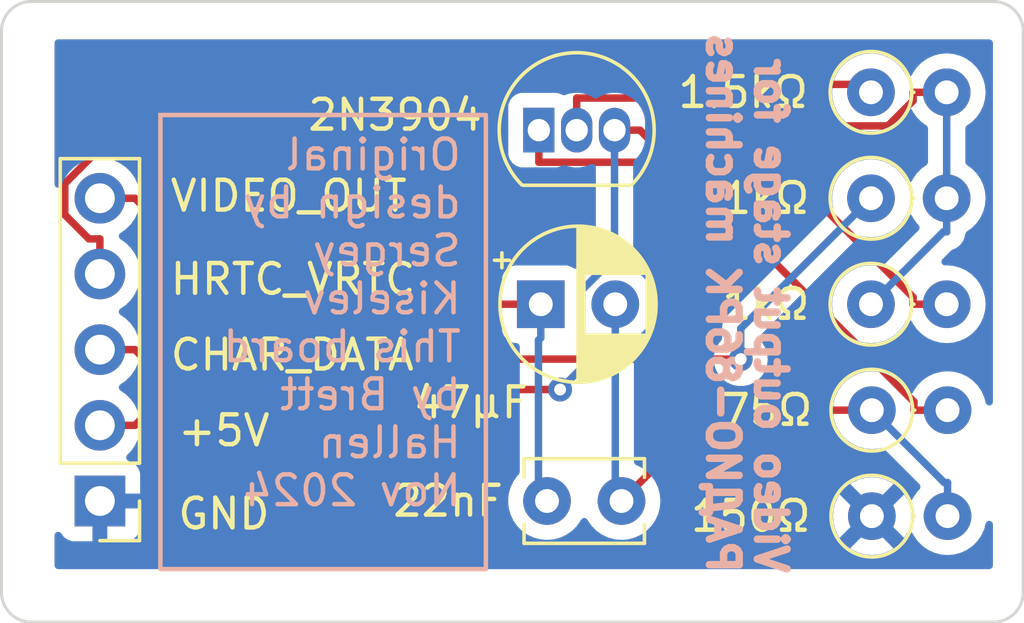
<source format=kicad_pcb>
(kicad_pcb (version 20240108) (generator "pcbnew") (generator_version "8.0")
  (title_block (title "РАДИО-86РК Video Output Stage") (date "23-Nov-2024") (rev "1.1-0") (comment 1 "https://github.com/0ddjob/Radio-86RK-Video-Output") (comment 2 "Brett Hallen") (comment 3 "https://github.com/skiselev/radio-86rk") (comment 4 "Original design by Sergey Kiselev"))
  (layers (0 "F.Cu" signal) (31 "B.Cu" signal) (34 "B.Paste" user) (35 "F.Paste" user) (36 "B.SilkS" user "B.Silkscreen") (37 "F.SilkS" user "F.Silkscreen") (38 "B.Mask" user) (39 "F.Mask" user) (44 "Edge.Cuts" user))
  (net 0 "")
  (net 1 "Net-(C1-Pad1)")
  (net 2 "GND")
  (net 3 "5V")
  (net 4 "CHAR_DATA")
  (net 5 "HRTC_VRTC")
  (net 6 "Net-(Q1-E)")
  (net 7 "Net-(Q1-B)")
  (net 8 "VIDEO_OUT")
  (footprint "Capacitor_THT:C_Disc_D3.8mm_W2.6mm_P2.50mm" (layer "F.Cu") (at 124.186 83.566 180)
    (property "Reference" "C1" (hide yes))
    (property "Value" "22nF" (at 5.822 0 0) (layer "F.SilkS"))
    (fp_line (start 3.27 0.795) (end 3.27 1.42) (stroke (width 0.12)) (layer "F.SilkS"))
    (fp_line (start 3.27 -1.42) (end 3.27 -0.795) (stroke (width 0.12)) (layer "F.SilkS"))
    (fp_line (start -0.77 1.42) (end 3.27 1.42) (stroke (width 0.12)) (layer "F.SilkS"))
    (fp_line (start -0.77 0.795) (end -0.77 1.42) (stroke (width 0.12)) (layer "F.SilkS"))
    (fp_line (start -0.77 -1.42) (end 3.27 -1.42) (stroke (width 0.12)) (layer "F.SilkS"))
    (fp_line (start -0.77 -1.42) (end -0.77 -0.795) (stroke (width 0.12)) (layer "F.SilkS"))
    (pad "1" thru_hole circle (at 0 0 180) (size 1.6 1.6) (drill 0.8) (layers "*.Cu" "*.Mask") (net 1 "Net-(C1-Pad1)"))
    (pad "2" thru_hole circle (at 2.5 0 180) (size 1.6 1.6) (drill 0.8) (layers "*.Cu" "*.Mask") (net 8 "VIDEO_OUT"))
  )
  (footprint "Package_TO_SOT_THT:TO-92_Inline" (layer "F.Cu") (at 121.412 71.12)
    (property "Reference" "Q1" (hide yes))
    (property "Value" "2N3904" (at -4.826 -0.508 0) (layer "F.SilkS"))
    (fp_line (start -0.53 1.85) (end 3.07 1.85) (stroke (width 0.12)) (layer "F.SilkS"))
    (fp_arc (start -0.568478 1.838478) (mid -1.132087 -0.994977) (end 1.27 -2.6) (stroke (width 0.12)) (layer "F.SilkS"))
    (fp_arc (start 1.27 -2.6) (mid 3.672087 -0.994977) (end 3.108478 1.838478) (stroke (width 0.12)) (layer "F.SilkS"))
    (pad "1" thru_hole rect (at 0 0) (size 1.05 1.5) (drill 0.75) (layers "*.Cu" "*.Mask") (net 6 "Net-(Q1-E)"))
    (pad "2" thru_hole oval (at 1.27 0) (size 1.05 1.5) (drill 0.75) (layers "*.Cu" "*.Mask") (net 7 "Net-(Q1-B)"))
    (pad "3" thru_hole oval (at 2.54 0) (size 1.05 1.5) (drill 0.75) (layers "*.Cu" "*.Mask") (net 3 "5V"))
  )
  (footprint "Resistor_THT:R_Axial_DIN0207_L6.3mm_D2.5mm_P2.54mm_Vertical" (layer "F.Cu") (at 132.559 69.85)
    (property "Reference" "R1" (hide yes))
    (property "Value" "1.5kΩ" (at -4.289 0 0) (layer "F.SilkS"))
    (fp_line (start 1.37 0) (end 1.44 0) (stroke (width 0.12)) (layer "F.SilkS"))
    (fp_circle (center 0 0) (end 1.37 0) (stroke (width 0.12)) (fill none) (layer "F.SilkS"))
    (pad "1" thru_hole circle (at 0 0) (size 1.6 1.6) (drill 0.8) (layers "*.Cu" "*.Mask") (net 5 "HRTC_VRTC"))
    (pad "2" thru_hole oval (at 2.54 0) (size 1.6 1.6) (drill 0.8) (layers "*.Cu" "*.Mask") (net 7 "Net-(Q1-B)"))
  )
  (footprint "Resistor_THT:R_Axial_DIN0207_L6.3mm_D2.5mm_P2.54mm_Vertical" (layer "F.Cu") (at 132.559 73.406)
    (property "Reference" "R2" (hide yes))
    (property "Value" "1kΩ" (at -3.527 0 0) (layer "F.SilkS"))
    (fp_line (start 1.37 0) (end 1.44 0) (stroke (width 0.12)) (layer "F.SilkS"))
    (fp_circle (center 0 0) (end 1.37 0) (stroke (width 0.12)) (fill none) (layer "F.SilkS"))
    (pad "1" thru_hole circle (at 0 0) (size 1.6 1.6) (drill 0.8) (layers "*.Cu" "*.Mask") (net 4 "CHAR_DATA"))
    (pad "2" thru_hole oval (at 2.54 0) (size 1.6 1.6) (drill 0.8) (layers "*.Cu" "*.Mask") (net 7 "Net-(Q1-B)"))
  )
  (footprint "Resistor_THT:R_Axial_DIN0207_L6.3mm_D2.5mm_P2.54mm_Vertical" (layer "F.Cu") (at 132.559 76.962)
    (property "Reference" "R3" (hide yes))
    (property "Value" "1kΩ" (at -3.527 0 0) (layer "F.SilkS"))
    (fp_line (start 1.37 0) (end 1.44 0) (stroke (width 0.12)) (layer "F.SilkS"))
    (fp_circle (center 0 0) (end 1.37 0) (stroke (width 0.12)) (fill none) (layer "F.SilkS"))
    (pad "1" thru_hole circle (at 0 0) (size 1.6 1.6) (drill 0.8) (layers "*.Cu" "*.Mask") (net 7 "Net-(Q1-B)"))
    (pad "2" thru_hole oval (at 2.54 0) (size 1.6 1.6) (drill 0.8) (layers "*.Cu" "*.Mask") (net 3 "5V"))
  )
  (footprint "Resistor_THT:R_Axial_DIN0207_L6.3mm_D2.5mm_P2.54mm_Vertical" (layer "F.Cu") (at 132.588 84.074)
    (property "Reference" "R5" (hide yes))
    (property "Value" "150Ω" (at -4.064 0 0) (layer "F.SilkS"))
    (fp_line (start 1.37 0) (end 1.44 0) (stroke (width 0.12)) (layer "F.SilkS"))
    (fp_circle (center 0 0) (end 1.37 0) (stroke (width 0.12)) (fill none) (layer "F.SilkS"))
    (pad "1" thru_hole circle (at 0 0) (size 1.6 1.6) (drill 0.8) (layers "*.Cu" "*.Mask") (net 2 "GND"))
    (pad "2" thru_hole oval (at 2.54 0) (size 1.6 1.6) (drill 0.8) (layers "*.Cu" "*.Mask") (net 1 "Net-(C1-Pad1)"))
  )
  (footprint "Resistor_THT:R_Axial_DIN0207_L6.3mm_D2.5mm_P2.54mm_Vertical" (layer "F.Cu") (at 132.588 80.518)
    (property "Reference" "R4" (hide yes))
    (property "Value" "75Ω" (at -3.527 0 0) (layer "F.SilkS"))
    (fp_line (start 1.37 0) (end 1.44 0) (stroke (width 0.12)) (layer "F.SilkS"))
    (fp_circle (center 0 0) (end 1.37 0) (stroke (width 0.12)) (fill none) (layer "F.SilkS"))
    (pad "1" thru_hole circle (at 0 0) (size 1.6 1.6) (drill 0.8) (layers "*.Cu" "*.Mask") (net 1 "Net-(C1-Pad1)"))
    (pad "2" thru_hole oval (at 2.54 0) (size 1.6 1.6) (drill 0.8) (layers "*.Cu" "*.Mask") (net 6 "Net-(Q1-E)"))
  )
  (footprint "Capacitor_THT:CP_Radial_D5.0mm_P2.50mm" (layer "F.Cu") (at 121.4769 76.962)
    (property "Reference" "C2" (hide yes))
    (property "Value" "47µF" (at -2.3509 3.302 0) (layer "F.SilkS"))
    (fp_line (start -1.554775 -1.475) (end -1.054775 -1.475) (stroke (width 0.12)) (layer "F.SilkS"))
    (fp_line (start -1.304775 -1.725) (end -1.304775 -1.225) (stroke (width 0.12)) (layer "F.SilkS"))
    (fp_line (start 1.25 -2.58) (end 1.25 2.58) (stroke (width 0.12)) (layer "F.SilkS"))
    (fp_line (start 1.29 -2.58) (end 1.29 2.58) (stroke (width 0.12)) (layer "F.SilkS"))
    (fp_line (start 1.33 -2.579) (end 1.33 2.579) (stroke (width 0.12)) (layer "F.SilkS"))
    (fp_line (start 1.37 -2.578) (end 1.37 2.578) (stroke (width 0.12)) (layer "F.SilkS"))
    (fp_line (start 1.41 -2.576) (end 1.41 2.576) (stroke (width 0.12)) (layer "F.SilkS"))
    (fp_line (start 1.45 -2.573) (end 1.45 2.573) (stroke (width 0.12)) (layer "F.SilkS"))
    (fp_line (start 1.49 -2.569) (end 1.49 -1.04) (stroke (width 0.12)) (layer "F.SilkS"))
    (fp_line (start 1.49 1.04) (end 1.49 2.569) (stroke (width 0.12)) (layer "F.SilkS"))
    (fp_line (start 1.53 -2.565) (end 1.53 -1.04) (stroke (width 0.12)) (layer "F.SilkS"))
    (fp_line (start 1.53 1.04) (end 1.53 2.565) (stroke (width 0.12)) (layer "F.SilkS"))
    (fp_line (start 1.57 -2.561) (end 1.57 -1.04) (stroke (width 0.12)) (layer "F.SilkS"))
    (fp_line (start 1.57 1.04) (end 1.57 2.561) (stroke (width 0.12)) (layer "F.SilkS"))
    (fp_line (start 1.61 -2.556) (end 1.61 -1.04) (stroke (width 0.12)) (layer "F.SilkS"))
    (fp_line (start 1.61 1.04) (end 1.61 2.556) (stroke (width 0.12)) (layer "F.SilkS"))
    (fp_line (start 1.65 -2.55) (end 1.65 -1.04) (stroke (width 0.12)) (layer "F.SilkS"))
    (fp_line (start 1.65 1.04) (end 1.65 2.55) (stroke (width 0.12)) (layer "F.SilkS"))
    (fp_line (start 1.69 -2.543) (end 1.69 -1.04) (stroke (width 0.12)) (layer "F.SilkS"))
    (fp_line (start 1.69 1.04) (end 1.69 2.543) (stroke (width 0.12)) (layer "F.SilkS"))
    (fp_line (start 1.73 -2.536) (end 1.73 -1.04) (stroke (width 0.12)) (layer "F.SilkS"))
    (fp_line (start 1.73 1.04) (end 1.73 2.536) (stroke (width 0.12)) (layer "F.SilkS"))
    (fp_line (start 1.77 -2.528) (end 1.77 -1.04) (stroke (width 0.12)) (layer "F.SilkS"))
    (fp_line (start 1.77 1.04) (end 1.77 2.528) (stroke (width 0.12)) (layer "F.SilkS"))
    (fp_line (start 1.81 -2.52) (end 1.81 -1.04) (stroke (width 0.12)) (layer "F.SilkS"))
    (fp_line (start 1.81 1.04) (end 1.81 2.52) (stroke (width 0.12)) (layer "F.SilkS"))
    (fp_line (start 1.85 -2.511) (end 1.85 -1.04) (stroke (width 0.12)) (layer "F.SilkS"))
    (fp_line (start 1.85 1.04) (end 1.85 2.511) (stroke (width 0.12)) (layer "F.SilkS"))
    (fp_line (start 1.89 -2.501) (end 1.89 -1.04) (stroke (width 0.12)) (layer "F.SilkS"))
    (fp_line (start 1.89 1.04) (end 1.89 2.501) (stroke (width 0.12)) (layer "F.SilkS"))
    (fp_line (start 1.93 -2.491) (end 1.93 -1.04) (stroke (width 0.12)) (layer "F.SilkS"))
    (fp_line (start 1.93 1.04) (end 1.93 2.491) (stroke (width 0.12)) (layer "F.SilkS"))
    (fp_line (start 1.971 -2.48) (end 1.971 -1.04) (stroke (width 0.12)) (layer "F.SilkS"))
    (fp_line (start 1.971 1.04) (end 1.971 2.48) (stroke (width 0.12)) (layer "F.SilkS"))
    (fp_line (start 2.011 -2.468) (end 2.011 -1.04) (stroke (width 0.12)) (layer "F.SilkS"))
    (fp_line (start 2.011 1.04) (end 2.011 2.468) (stroke (width 0.12)) (layer "F.SilkS"))
    (fp_line (start 2.051 -2.455) (end 2.051 -1.04) (stroke (width 0.12)) (layer "F.SilkS"))
    (fp_line (start 2.051 1.04) (end 2.051 2.455) (stroke (width 0.12)) (layer "F.SilkS"))
    (fp_line (start 2.091 -2.442) (end 2.091 -1.04) (stroke (width 0.12)) (layer "F.SilkS"))
    (fp_line (start 2.091 1.04) (end 2.091 2.442) (stroke (width 0.12)) (layer "F.SilkS"))
    (fp_line (start 2.131 -2.428) (end 2.131 -1.04) (stroke (width 0.12)) (layer "F.SilkS"))
    (fp_line (start 2.131 1.04) (end 2.131 2.428) (stroke (width 0.12)) (layer "F.SilkS"))
    (fp_line (start 2.171 -2.414) (end 2.171 -1.04) (stroke (width 0.12)) (layer "F.SilkS"))
    (fp_line (start 2.171 1.04) (end 2.171 2.414) (stroke (width 0.12)) (layer "F.SilkS"))
    (fp_line (start 2.211 -2.398) (end 2.211 -1.04) (stroke (width 0.12)) (layer "F.SilkS"))
    (fp_line (start 2.211 1.04) (end 2.211 2.398) (stroke (width 0.12)) (layer "F.SilkS"))
    (fp_line (start 2.251 -2.382) (end 2.251 -1.04) (stroke (width 0.12)) (layer "F.SilkS"))
    (fp_line (start 2.251 1.04) (end 2.251 2.382) (stroke (width 0.12)) (layer "F.SilkS"))
    (fp_line (start 2.291 -2.365) (end 2.291 -1.04) (stroke (width 0.12)) (layer "F.SilkS"))
    (fp_line (start 2.291 1.04) (end 2.291 2.365) (stroke (width 0.12)) (layer "F.SilkS"))
    (fp_line (start 2.331 -2.348) (end 2.331 -1.04) (stroke (width 0.12)) (layer "F.SilkS"))
    (fp_line (start 2.331 1.04) (end 2.331 2.348) (stroke (width 0.12)) (layer "F.SilkS"))
    (fp_line (start 2.371 -2.329) (end 2.371 -1.04) (stroke (width 0.12)) (layer "F.SilkS"))
    (fp_line (start 2.371 1.04) (end 2.371 2.329) (stroke (width 0.12)) (layer "F.SilkS"))
    (fp_line (start 2.411 -2.31) (end 2.411 -1.04) (stroke (width 0.12)) (layer "F.SilkS"))
    (fp_line (start 2.411 1.04) (end 2.411 2.31) (stroke (width 0.12)) (layer "F.SilkS"))
    (fp_line (start 2.451 -2.29) (end 2.451 -1.04) (stroke (width 0.12)) (layer "F.SilkS"))
    (fp_line (start 2.451 1.04) (end 2.451 2.29) (stroke (width 0.12)) (layer "F.SilkS"))
    (fp_line (start 2.491 -2.268) (end 2.491 -1.04) (stroke (width 0.12)) (layer "F.SilkS"))
    (fp_line (start 2.491 1.04) (end 2.491 2.268) (stroke (width 0.12)) (layer "F.SilkS"))
    (fp_line (start 2.531 -2.247) (end 2.531 -1.04) (stroke (width 0.12)) (layer "F.SilkS"))
    (fp_line (start 2.531 1.04) (end 2.531 2.247) (stroke (width 0.12)) (layer "F.SilkS"))
    (fp_line (start 2.571 -2.224) (end 2.571 -1.04) (stroke (width 0.12)) (layer "F.SilkS"))
    (fp_line (start 2.571 1.04) (end 2.571 2.224) (stroke (width 0.12)) (layer "F.SilkS"))
    (fp_line (start 2.611 -2.2) (end 2.611 -1.04) (stroke (width 0.12)) (layer "F.SilkS"))
    (fp_line (start 2.611 1.04) (end 2.611 2.2) (stroke (width 0.12)) (layer "F.SilkS"))
    (fp_line (start 2.651 -2.175) (end 2.651 -1.04) (stroke (width 0.12)) (layer "F.SilkS"))
    (fp_line (start 2.651 1.04) (end 2.651 2.175) (stroke (width 0.12)) (layer "F.SilkS"))
    (fp_line (start 2.691 -2.149) (end 2.691 -1.04) (stroke (width 0.12)) (layer "F.SilkS"))
    (fp_line (start 2.691 1.04) (end 2.691 2.149) (stroke (width 0.12)) (layer "F.SilkS"))
    (fp_line (start 2.731 -2.122) (end 2.731 -1.04) (stroke (width 0.12)) (layer "F.SilkS"))
    (fp_line (start 2.731 1.04) (end 2.731 2.122) (stroke (width 0.12)) (layer "F.SilkS"))
    (fp_line (start 2.771 -2.095) (end 2.771 -1.04) (stroke (width 0.12)) (layer "F.SilkS"))
    (fp_line (start 2.771 1.04) (end 2.771 2.095) (stroke (width 0.12)) (layer "F.SilkS"))
    (fp_line (start 2.811 -2.065) (end 2.811 -1.04) (stroke (width 0.12)) (layer "F.SilkS"))
    (fp_line (start 2.811 1.04) (end 2.811 2.065) (stroke (width 0.12)) (layer "F.SilkS"))
    (fp_line (start 2.851 -2.035) (end 2.851 -1.04) (stroke (width 0.12)) (layer "F.SilkS"))
    (fp_line (start 2.851 1.04) (end 2.851 2.035) (stroke (width 0.12)) (layer "F.SilkS"))
    (fp_line (start 2.891 -2.004) (end 2.891 -1.04) (stroke (width 0.12)) (layer "F.SilkS"))
    (fp_line (start 2.891 1.04) (end 2.891 2.004) (stroke (width 0.12)) (layer "F.SilkS"))
    (fp_line (start 2.931 -1.971) (end 2.931 -1.04) (stroke (width 0.12)) (layer "F.SilkS"))
    (fp_line (start 2.931 1.04) (end 2.931 1.971) (stroke (width 0.12)) (layer "F.SilkS"))
    (fp_line (start 2.971 -1.937) (end 2.971 -1.04) (stroke (width 0.12)) (layer "F.SilkS"))
    (fp_line (start 2.971 1.04) (end 2.971 1.937) (stroke (width 0.12)) (layer "F.SilkS"))
    (fp_line (start 3.011 -1.901) (end 3.011 -1.04) (stroke (width 0.12)) (layer "F.SilkS"))
    (fp_line (start 3.011 1.04) (end 3.011 1.901) (stroke (width 0.12)) (layer "F.SilkS"))
    (fp_line (start 3.051 -1.864) (end 3.051 -1.04) (stroke (width 0.12)) (layer "F.SilkS"))
    (fp_line (start 3.051 1.04) (end 3.051 1.864) (stroke (width 0.12)) (layer "F.SilkS"))
    (fp_line (start 3.091 -1.826) (end 3.091 -1.04) (stroke (width 0.12)) (layer "F.SilkS"))
    (fp_line (start 3.091 1.04) (end 3.091 1.826) (stroke (width 0.12)) (layer "F.SilkS"))
    (fp_line (start 3.131 -1.785) (end 3.131 -1.04) (stroke (width 0.12)) (layer "F.SilkS"))
    (fp_line (start 3.131 1.04) (end 3.131 1.785) (stroke (width 0.12)) (layer "F.SilkS"))
    (fp_line (start 3.171 -1.743) (end 3.171 -1.04) (stroke (width 0.12)) (layer "F.SilkS"))
    (fp_line (start 3.171 1.04) (end 3.171 1.743) (stroke (width 0.12)) (layer "F.SilkS"))
    (fp_line (start 3.211 -1.699) (end 3.211 -1.04) (stroke (width 0.12)) (layer "F.SilkS"))
    (fp_line (start 3.211 1.04) (end 3.211 1.699) (stroke (width 0.12)) (layer "F.SilkS"))
    (fp_line (start 3.251 -1.653) (end 3.251 -1.04) (stroke (width 0.12)) (layer "F.SilkS"))
    (fp_line (start 3.251 1.04) (end 3.251 1.653) (stroke (width 0.12)) (layer "F.SilkS"))
    (fp_line (start 3.291 -1.605) (end 3.291 -1.04) (stroke (width 0.12)) (layer "F.SilkS"))
    (fp_line (start 3.291 1.04) (end 3.291 1.605) (stroke (width 0.12)) (layer "F.SilkS"))
    (fp_line (start 3.331 -1.554) (end 3.331 -1.04) (stroke (width 0.12)) (layer "F.SilkS"))
    (fp_line (start 3.331 1.04) (end 3.331 1.554) (stroke (width 0.12)) (layer "F.SilkS"))
    (fp_line (start 3.371 -1.5) (end 3.371 -1.04) (stroke (width 0.12)) (layer "F.SilkS"))
    (fp_line (start 3.371 1.04) (end 3.371 1.5) (stroke (width 0.12)) (layer "F.SilkS"))
    (fp_line (start 3.411 -1.443) (end 3.411 -1.04) (stroke (width 0.12)) (layer "F.SilkS"))
    (fp_line (start 3.411 1.04) (end 3.411 1.443) (stroke (width 0.12)) (layer "F.SilkS"))
    (fp_line (start 3.451 -1.383) (end 3.451 -1.04) (stroke (width 0.12)) (layer "F.SilkS"))
    (fp_line (start 3.451 1.04) (end 3.451 1.383) (stroke (width 0.12)) (layer "F.SilkS"))
    (fp_line (start 3.491 -1.319) (end 3.491 -1.04) (stroke (width 0.12)) (layer "F.SilkS"))
    (fp_line (start 3.491 1.04) (end 3.491 1.319) (stroke (width 0.12)) (layer "F.SilkS"))
    (fp_line (start 3.531 -1.251) (end 3.531 -1.04) (stroke (width 0.12)) (layer "F.SilkS"))
    (fp_line (start 3.531 1.04) (end 3.531 1.251) (stroke (width 0.12)) (layer "F.SilkS"))
    (fp_line (start 3.571 -1.178) (end 3.571 1.178) (stroke (width 0.12)) (layer "F.SilkS"))
    (fp_line (start 3.611 -1.098) (end 3.611 1.098) (stroke (width 0.12)) (layer "F.SilkS"))
    (fp_line (start 3.651 -1.011) (end 3.651 1.011) (stroke (width 0.12)) (layer "F.SilkS"))
    (fp_line (start 3.691 -0.915) (end 3.691 0.915) (stroke (width 0.12)) (layer "F.SilkS"))
    (fp_line (start 3.731 -0.805) (end 3.731 0.805) (stroke (width 0.12)) (layer "F.SilkS"))
    (fp_line (start 3.771 -0.677) (end 3.771 0.677) (stroke (width 0.12)) (layer "F.SilkS"))
    (fp_line (start 3.811 -0.518) (end 3.811 0.518) (stroke (width 0.12)) (layer "F.SilkS"))
    (fp_line (start 3.851 -0.284) (end 3.851 0.284) (stroke (width 0.12)) (layer "F.SilkS"))
    (fp_circle (center 1.25 0) (end 3.87 0) (stroke (width 0.12)) (fill none) (layer "F.SilkS"))
    (pad "1" thru_hole rect (at 0 0) (size 1.6 1.6) (drill 0.8) (layers "*.Cu" "*.Mask") (net 8 "VIDEO_OUT"))
    (pad "2" thru_hole circle (at 2.5 0) (size 1.6 1.6) (drill 0.8) (layers "*.Cu" "*.Mask") (net 1 "Net-(C1-Pad1)"))
  )
  (footprint "Connector_PinHeader_2.54mm:PinHeader_1x05_P2.54mm_Vertical" (layer "F.Cu") (at 106.68 83.566 180)
    (property "Reference" "J1" (hide yes))
    (property "Value" "Conn_01x05" (hide yes))
    (fp_line (start 1.33 1.27) (end 1.33 11.49) (stroke (width 0.12)) (layer "F.SilkS"))
    (fp_line (start -1.33 11.49) (end 1.33 11.49) (stroke (width 0.12)) (layer "F.SilkS"))
    (fp_line (start -1.33 1.27) (end 1.33 1.27) (stroke (width 0.12)) (layer "F.SilkS"))
    (fp_line (start -1.33 1.27) (end -1.33 11.49) (stroke (width 0.12)) (layer "F.SilkS"))
    (fp_line (start -1.33 0) (end -1.33 -1.33) (stroke (width 0.12)) (layer "F.SilkS"))
    (fp_line (start -1.33 -1.33) (end 0 -1.33) (stroke (width 0.12)) (layer "F.SilkS"))
    (pad "1" thru_hole rect (at 0 0 180) (size 1.7 1.7) (drill 1) (layers "*.Cu" "*.Mask") (net 2 "GND"))
    (pad "2" thru_hole oval (at 0 2.54 180) (size 1.7 1.7) (drill 1) (layers "*.Cu" "*.Mask") (net 3 "5V"))
    (pad "3" thru_hole oval (at 0 5.08 180) (size 1.7 1.7) (drill 1) (layers "*.Cu" "*.Mask") (net 4 "CHAR_DATA"))
    (pad "4" thru_hole oval (at 0 7.62 180) (size 1.7 1.7) (drill 1) (layers "*.Cu" "*.Mask") (net 5 "HRTC_VRTC"))
    (pad "5" thru_hole oval (at 0 10.16 180) (size 1.7 1.7) (drill 1) (layers "*.Cu" "*.Mask") (net 8 "VIDEO_OUT"))
  )
  (gr_line (start 136.668 87.63) (end 104.378 87.63) (stroke (width 0.1)) (layer "Edge.Cuts"))
  (gr_line (start 137.668 67.802) (end 137.668 86.63) (stroke (width 0.1)) (layer "Edge.Cuts"))
  (gr_arc (start 103.378 67.802) (mid 103.670893 67.094893) (end 104.378 66.802) (stroke (width 0.1)) (layer "Edge.Cuts"))
  (gr_arc (start 104.378 87.63) (mid 103.670893 87.337107) (end 103.378 86.63) (stroke (width 0.1)) (layer "Edge.Cuts"))
  (gr_arc (start 136.668 66.802) (mid 137.375107 67.094893) (end 137.668 67.802) (stroke (width 0.1)) (layer "Edge.Cuts"))
  (gr_arc (start 137.668 86.63) (mid 137.375107 87.337107) (end 136.668 87.63) (stroke (width 0.1)) (layer "Edge.Cuts"))
  (gr_line (start 103.378 86.63) (end 103.378 67.802) (stroke (width 0.1)) (layer "Edge.Cuts"))
  (gr_line (start 104.378 66.802) (end 136.668 66.802) (stroke (width 0.1)) (layer "Edge.Cuts"))
  (gr_text "Video output stage for \nРАДИО-86РК machines" (at 127 86.106 270) (layer "B.SilkS") (effects (font (size 1 1) (thickness 0.25) (bold yes)) (justify left bottom mirror)))
  (gr_text "+5V" (at 109.22 81.788 0) (layer "F.SilkS") (effects (font (size 1 1)) (justify left bottom)))
  (gr_text "GND" (at 109.22 84.582 0) (layer "F.SilkS") (effects (font (size 1 1)) (justify left bottom)))
  (gr_text "CHAR_DATA" (at 108.966 79.248 0) (layer "F.SilkS") (effects (font (size 1 1)) (justify left bottom)))
  (gr_text "HRTC_VRTC" (at 108.966 76.708 0) (layer "F.SilkS") (effects (font (size 1 1)) (justify left bottom)))
  (gr_text "VIDEO_OUT" (at 108.966 73.914 0) (layer "F.SilkS") (effects (font (size 1 1)) (justify left bottom)))
  (gr_text_box "Original design by Sergey Kiselev\nThis board by Brett Hallen\nNov 2024" (start 108.712 70.612) (end 119.634 85.852) (layer "B.SilkS") (effects (font (size 1 1)) (justify left top mirror)) (border yes) (stroke (width 0.15)))
  (segment (start 127.234 80.518) (end 124.186 83.566) (width 0.25) (layer "F.Cu") (net 1))
  (segment (start 132.588 80.518) (end 127.234 80.518) (width 0.25) (layer "F.Cu") (net 1))
  (segment (start 135.0173 82.9473) (end 135.128 82.9473) (width 0.25) (layer "B.Cu") (net 1))
  (segment (start 123.9769 76.962) (end 123.9769 83.3569) (width 0.25) (layer "B.Cu") (net 1))
  (segment (start 132.588 80.518) (end 135.0173 82.9473) (width 0.25) (layer "B.Cu") (net 1))
  (segment (start 135.128 84.074) (end 135.128 82.9473) (width 0.25) (layer "B.Cu") (net 1))
  (segment (start 123.9769 83.3569) (end 124.186 83.566) (width 0.25) (layer "B.Cu") (net 1))
  (segment (start 124.8037 71.12) (end 125.2553 71.5716) (width 0.25) (layer "F.Cu") (net 3))
  (segment (start 133.9723 76.7273) (end 133.9723 76.962) (width 0.25) (layer "F.Cu") (net 3))
  (segment (start 125.2553 71.5716) (end 128.8166 71.5716) (width 0.25) (layer "F.Cu") (net 3))
  (segment (start 135.099 76.962) (end 133.9723 76.962) (width 0.25) (layer "F.Cu") (net 3))
  (segment (start 109.0577 79.825) (end 107.8567 81.026) (width 0.25) (layer "F.Cu") (net 3))
  (segment (start 128.8166 71.5716) (end 133.9723 76.7273) (width 0.25) (layer "F.Cu") (net 3))
  (segment (start 122.1253 79.825) (end 109.0577 79.825) (width 0.25) (layer "F.Cu") (net 3))
  (segment (start 123.952 71.12) (end 124.8037 71.12) (width 0.25) (layer "F.Cu") (net 3))
  (segment (start 106.68 81.026) (end 107.8567 81.026) (width 0.25) (layer "F.Cu") (net 3))
  (via (at 122.1253 79.825) (size 0.8) (drill 0.4) (layers "F.Cu" "B.Cu") (net 3))
  (segment (start 122.8502 79.1001) (end 122.1253 79.825) (width 0.25) (layer "B.Cu") (net 3))
  (segment (start 123.952 75.3935) (end 122.8502 76.4953) (width 0.25) (layer "B.Cu") (net 3))
  (segment (start 122.8502 76.4953) (end 122.8502 79.1001) (width 0.25) (layer "B.Cu") (net 3))
  (segment (start 123.952 71.12) (end 123.952 75.3935) (width 0.25) (layer "B.Cu") (net 3))
  (segment (start 106.68 78.486) (end 107.8567 78.486) (width 0.25) (layer "F.Cu") (net 4))
  (segment (start 128.188 78.8044) (end 108.1751 78.8044) (width 0.25) (layer "F.Cu") (net 4))
  (segment (start 108.1751 78.8044) (end 107.8567 78.486) (width 0.25) (layer "F.Cu") (net 4))
  (via (at 128.188 78.8044) (size 0.8) (drill 0.4) (layers "F.Cu" "B.Cu") (net 4))
  (segment (start 132.559 73.406) (end 128.188 77.777) (width 0.25) (layer "B.Cu") (net 4))
  (segment (start 128.188 77.777) (end 128.188 78.8044) (width 0.25) (layer "B.Cu") (net 4))
  (segment (start 106.68 75.946) (end 106.68 74.7693) (width 0.25) (layer "F.Cu") (net 5))
  (segment (start 106.3122 74.7693) (end 106.68 74.7693) (width 0.25) (layer "F.Cu") (net 5))
  (segment (start 132.559 69.85) (end 132.2929 69.5839) (width 0.25) (layer "F.Cu") (net 5))
  (segment (start 132.2929 69.5839) (end 108.8319 69.5839) (width 0.25) (layer "F.Cu") (net 5))
  (segment (start 108.8319 69.5839) (end 105.5033 72.9125) (width 0.25) (layer "F.Cu") (net 5))
  (segment (start 105.5033 72.9125) (end 105.5033 73.9604) (width 0.25) (layer "F.Cu") (net 5))
  (segment (start 105.5033 73.9604) (end 106.3122 74.7693) (width 0.25) (layer "F.Cu") (net 5))
  (segment (start 134.0013 80.2362) (end 134.0013 80.518) (width 0.25) (layer "F.Cu") (net 6))
  (segment (start 135.128 80.518) (end 134.0013 80.518) (width 0.25) (layer "F.Cu") (net 6))
  (segment (start 121.412 71.12) (end 121.412 72.1967) (width 0.25) (layer "F.Cu") (net 6))
  (segment (start 125.9618 72.1967) (end 134.0013 80.2362) (width 0.25) (layer "F.Cu") (net 6))
  (segment (start 121.412 72.1967) (end 125.9618 72.1967) (width 0.25) (layer "F.Cu") (net 6))
  (segment (start 125.8675 70.0433) (end 126.8009 70.9767) (width 0.25) (layer "F.Cu") (net 7))
  (segment (start 133.9723 70.1318) (end 133.9723 69.85) (width 0.25) (layer "F.Cu") (net 7))
  (segment (start 122.682 70.0433) (end 125.8675 70.0433) (width 0.25) (layer "F.Cu") (net 7))
  (segment (start 135.099 69.85) (end 133.9723 69.85) (width 0.25) (layer "F.Cu") (net 7))
  (segment (start 133.1274 70.9767) (end 133.9723 70.1318) (width 0.25) (layer "F.Cu") (net 7))
  (segment (start 122.682 71.12) (end 122.682 70.0433) (width 0.25) (layer "F.Cu") (net 7))
  (segment (start 126.8009 70.9767) (end 133.1274 70.9767) (width 0.25) (layer "F.Cu") (net 7))
  (segment (start 135.099 73.9693) (end 135.099 73.406) (width 0.25) (layer "B.Cu") (net 7))
  (segment (start 134.9883 74.5327) (end 135.099 74.5327) (width 0.25) (layer "B.Cu") (net 7))
  (segment (start 132.559 76.962) (end 134.9883 74.5327) (width 0.25) (layer "B.Cu") (net 7))
  (segment (start 135.099 73.9693) (end 135.099 74.5327) (width 0.25) (layer "B.Cu") (net 7))
  (segment (start 135.099 73.406) (end 135.099 69.85) (width 0.25) (layer "B.Cu") (net 7))
  (segment (start 121.4769 76.962) (end 111.4127 76.962) (width 0.25) (layer "F.Cu") (net 8))
  (segment (start 106.68 73.406) (end 107.8567 73.406) (width 0.25) (layer "F.Cu") (net 8))
  (segment (start 111.4127 76.962) (end 107.8567 73.406) (width 0.25) (layer "F.Cu") (net 8))
  (segment (start 121.3986 78.167) (end 121.3986 83.2786) (width 0.25) (layer "B.Cu") (net 8))
  (segment (start 121.4769 78.0887) (end 121.3986 78.167) (width 0.25) (layer "B.Cu") (net 8))
  (segment (start 121.3986 83.2786) (end 121.686 83.566) (width 0.25) (layer "B.Cu") (net 8))
  (segment (start 121.4769 76.962) (end 121.4769 78.0887) (width 0.25) (layer "B.Cu") (net 8))
  (zone (net 2) (net_name "GND") (layer "B.Cu") (connect_pads (clearance 0.5)) (min_thickness 0.25) (fill yes (thermal_gap 0.5) (thermal_bridge_width 0.5))
    (polygon (pts (xy 105.156 68.072) (xy 105.156 85.852) (xy 136.652 85.852) (xy 136.652 68.072)))
  )
)
</source>
